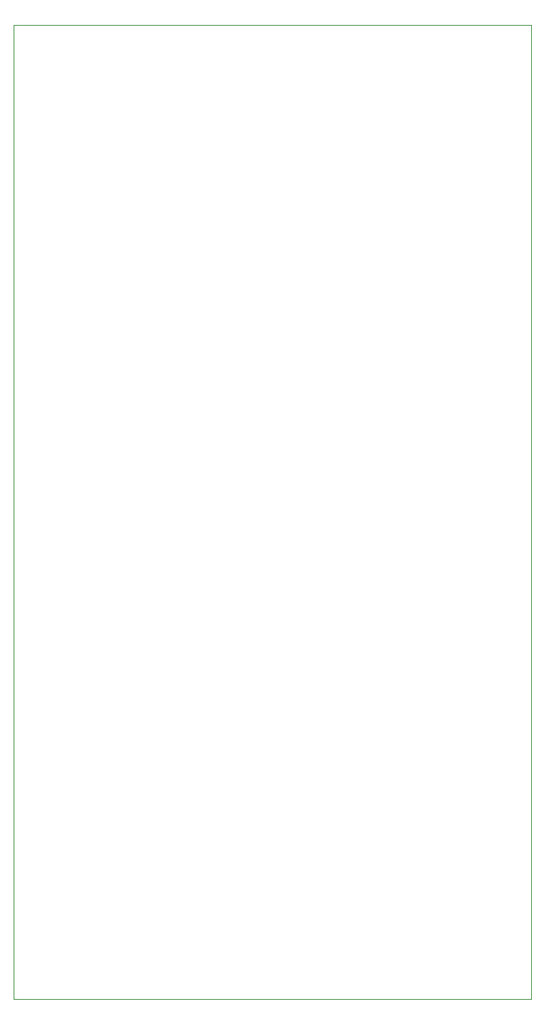
<source format=gbr>
G04 #@! TF.FileFunction,Profile,NP*
%FSLAX46Y46*%
G04 Gerber Fmt 4.6, Leading zero omitted, Abs format (unit mm)*
G04 Created by KiCad (PCBNEW 4.0.7-e2-6376~58~ubuntu16.04.1) date Mon Jan 22 07:15:01 2018*
%MOMM*%
%LPD*%
G01*
G04 APERTURE LIST*
%ADD10C,0.100000*%
G04 APERTURE END LIST*
D10*
X98850000Y-160400000D02*
X40850000Y-160400000D01*
X98850000Y-51400000D02*
X98850000Y-160400000D01*
X40850000Y-51400000D02*
X98850000Y-51400000D01*
X40850000Y-160400000D02*
X40850000Y-51400000D01*
M02*

</source>
